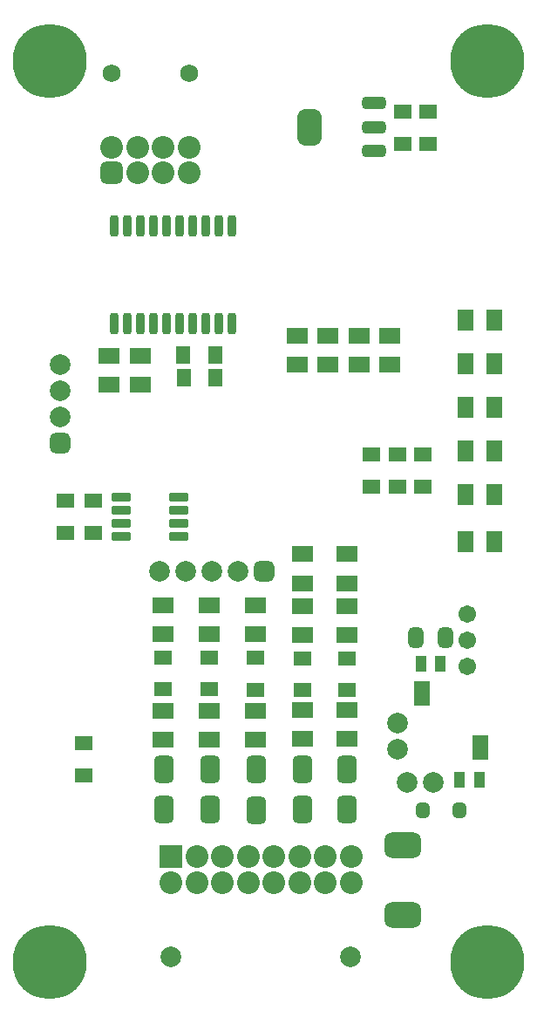
<source format=gbs>
G04*
G04 #@! TF.GenerationSoftware,Altium Limited,Altium Designer,23.0.1 (38)*
G04*
G04 Layer_Color=16711935*
%FSLAX44Y44*%
%MOMM*%
G71*
G04*
G04 #@! TF.SameCoordinates,056E7371-CA95-4066-80D9-C2616C4CE960*
G04*
G04*
G04 #@! TF.FilePolarity,Negative*
G04*
G01*
G75*
%ADD32C,1.7032*%
%ADD33C,2.2032*%
%ADD34R,2.1532X1.6032*%
%ADD35R,1.8032X1.4032*%
%ADD36R,1.4032X1.8032*%
%ADD37R,1.6032X2.1532*%
G04:AMPARAMS|DCode=41|XSize=1.9032mm|YSize=2.7032mm|CornerRadius=0.5266mm|HoleSize=0mm|Usage=FLASHONLY|Rotation=0.000|XOffset=0mm|YOffset=0mm|HoleType=Round|Shape=RoundedRectangle|*
%AMROUNDEDRECTD41*
21,1,1.9032,1.6500,0,0,0.0*
21,1,0.8500,2.7032,0,0,0.0*
1,1,1.0532,0.4250,-0.8250*
1,1,1.0532,-0.4250,-0.8250*
1,1,1.0532,-0.4250,0.8250*
1,1,1.0532,0.4250,0.8250*
%
%ADD41ROUNDEDRECTD41*%
%ADD44C,2.0032*%
%ADD45R,2.2032X2.2032*%
%ADD46C,7.2032*%
%ADD47C,1.7272*%
G04:AMPARAMS|DCode=48|XSize=2.2032mm|YSize=2.2032mm|CornerRadius=0.6016mm|HoleSize=0mm|Usage=FLASHONLY|Rotation=90.000|XOffset=0mm|YOffset=0mm|HoleType=Round|Shape=RoundedRectangle|*
%AMROUNDEDRECTD48*
21,1,2.2032,1.0000,0,0,90.0*
21,1,1.0000,2.2032,0,0,90.0*
1,1,1.2032,0.5000,0.5000*
1,1,1.2032,0.5000,-0.5000*
1,1,1.2032,-0.5000,-0.5000*
1,1,1.2032,-0.5000,0.5000*
%
%ADD48ROUNDEDRECTD48*%
G04:AMPARAMS|DCode=49|XSize=2.0032mm|YSize=2.0032mm|CornerRadius=0.5516mm|HoleSize=0mm|Usage=FLASHONLY|Rotation=270.000|XOffset=0mm|YOffset=0mm|HoleType=Round|Shape=RoundedRectangle|*
%AMROUNDEDRECTD49*
21,1,2.0032,0.9000,0,0,270.0*
21,1,0.9000,2.0032,0,0,270.0*
1,1,1.1032,-0.4500,-0.4500*
1,1,1.1032,-0.4500,0.4500*
1,1,1.1032,0.4500,0.4500*
1,1,1.1032,0.4500,-0.4500*
%
%ADD49ROUNDEDRECTD49*%
G04:AMPARAMS|DCode=50|XSize=2.0032mm|YSize=2.0032mm|CornerRadius=0.5516mm|HoleSize=0mm|Usage=FLASHONLY|Rotation=180.000|XOffset=0mm|YOffset=0mm|HoleType=Round|Shape=RoundedRectangle|*
%AMROUNDEDRECTD50*
21,1,2.0032,0.9000,0,0,180.0*
21,1,0.9000,2.0032,0,0,180.0*
1,1,1.1032,-0.4500,0.4500*
1,1,1.1032,0.4500,0.4500*
1,1,1.1032,0.4500,-0.4500*
1,1,1.1032,-0.4500,-0.4500*
%
%ADD50ROUNDEDRECTD50*%
G04:AMPARAMS|DCode=72|XSize=3.5032mm|YSize=2.5032mm|CornerRadius=0.6766mm|HoleSize=0mm|Usage=FLASHONLY|Rotation=0.000|XOffset=0mm|YOffset=0mm|HoleType=Round|Shape=RoundedRectangle|*
%AMROUNDEDRECTD72*
21,1,3.5032,1.1500,0,0,0.0*
21,1,2.1500,2.5032,0,0,0.0*
1,1,1.3532,1.0750,-0.5750*
1,1,1.3532,-1.0750,-0.5750*
1,1,1.3532,-1.0750,0.5750*
1,1,1.3532,1.0750,0.5750*
%
%ADD72ROUNDEDRECTD72*%
G04:AMPARAMS|DCode=73|XSize=0.8032mm|YSize=2.1032mm|CornerRadius=0.2516mm|HoleSize=0mm|Usage=FLASHONLY|Rotation=180.000|XOffset=0mm|YOffset=0mm|HoleType=Round|Shape=RoundedRectangle|*
%AMROUNDEDRECTD73*
21,1,0.8032,1.6000,0,0,180.0*
21,1,0.3000,2.1032,0,0,180.0*
1,1,0.5032,-0.1500,0.8000*
1,1,0.5032,0.1500,0.8000*
1,1,0.5032,0.1500,-0.8000*
1,1,0.5032,-0.1500,-0.8000*
%
%ADD73ROUNDEDRECTD73*%
G04:AMPARAMS|DCode=74|XSize=1.2032mm|YSize=2.3032mm|CornerRadius=0.3516mm|HoleSize=0mm|Usage=FLASHONLY|Rotation=90.000|XOffset=0mm|YOffset=0mm|HoleType=Round|Shape=RoundedRectangle|*
%AMROUNDEDRECTD74*
21,1,1.2032,1.6000,0,0,90.0*
21,1,0.5000,2.3032,0,0,90.0*
1,1,0.7032,0.8000,0.2500*
1,1,0.7032,0.8000,-0.2500*
1,1,0.7032,-0.8000,-0.2500*
1,1,0.7032,-0.8000,0.2500*
%
%ADD74ROUNDEDRECTD74*%
G04:AMPARAMS|DCode=75|XSize=3.5032mm|YSize=2.3032mm|CornerRadius=0.6266mm|HoleSize=0mm|Usage=FLASHONLY|Rotation=90.000|XOffset=0mm|YOffset=0mm|HoleType=Round|Shape=RoundedRectangle|*
%AMROUNDEDRECTD75*
21,1,3.5032,1.0500,0,0,90.0*
21,1,2.2500,2.3032,0,0,90.0*
1,1,1.2532,0.5250,1.1250*
1,1,1.2532,0.5250,-1.1250*
1,1,1.2532,-0.5250,-1.1250*
1,1,1.2532,-0.5250,1.1250*
%
%ADD75ROUNDEDRECTD75*%
G04:AMPARAMS|DCode=76|XSize=0.8532mm|YSize=1.9032mm|CornerRadius=0.2641mm|HoleSize=0mm|Usage=FLASHONLY|Rotation=90.000|XOffset=0mm|YOffset=0mm|HoleType=Round|Shape=RoundedRectangle|*
%AMROUNDEDRECTD76*
21,1,0.8532,1.3750,0,0,90.0*
21,1,0.3250,1.9032,0,0,90.0*
1,1,0.5282,0.6875,0.1625*
1,1,0.5282,0.6875,-0.1625*
1,1,0.5282,-0.6875,-0.1625*
1,1,0.5282,-0.6875,0.1625*
%
%ADD76ROUNDEDRECTD76*%
%ADD77R,1.1032X1.5032*%
G04:AMPARAMS|DCode=78|XSize=1.5032mm|YSize=1.3032mm|CornerRadius=0.3766mm|HoleSize=0mm|Usage=FLASHONLY|Rotation=90.000|XOffset=0mm|YOffset=0mm|HoleType=Round|Shape=RoundedRectangle|*
%AMROUNDEDRECTD78*
21,1,1.5032,0.5500,0,0,90.0*
21,1,0.7500,1.3032,0,0,90.0*
1,1,0.7532,0.2750,0.3750*
1,1,0.7532,0.2750,-0.3750*
1,1,0.7532,-0.2750,-0.3750*
1,1,0.7532,-0.2750,0.3750*
%
%ADD78ROUNDEDRECTD78*%
%ADD79R,1.5032X2.4032*%
G04:AMPARAMS|DCode=80|XSize=1.9532mm|YSize=1.4532mm|CornerRadius=0.4141mm|HoleSize=0mm|Usage=FLASHONLY|Rotation=270.000|XOffset=0mm|YOffset=0mm|HoleType=Round|Shape=RoundedRectangle|*
%AMROUNDEDRECTD80*
21,1,1.9532,0.6250,0,0,270.0*
21,1,1.1250,1.4532,0,0,270.0*
1,1,0.8282,-0.3125,-0.5625*
1,1,0.8282,-0.3125,0.5625*
1,1,0.8282,0.3125,0.5625*
1,1,0.8282,0.3125,-0.5625*
%
%ADD80ROUNDEDRECTD80*%
D32*
X442500Y325000D02*
D03*
Y375800D02*
D03*
Y350400D02*
D03*
D33*
X255000Y140000D02*
D03*
X280000D02*
D03*
X155000Y115000D02*
D03*
X180000D02*
D03*
X205000D02*
D03*
X230000D02*
D03*
X255000D02*
D03*
X280000D02*
D03*
X305000D02*
D03*
X330000D02*
D03*
X180000Y140000D02*
D03*
X205000D02*
D03*
X230000D02*
D03*
X305000D02*
D03*
X330000D02*
D03*
X122500Y804100D02*
D03*
X147500D02*
D03*
X172500D02*
D03*
X97500Y829100D02*
D03*
X122500D02*
D03*
X147500D02*
D03*
X172500D02*
D03*
D34*
X192500Y356250D02*
D03*
Y384250D02*
D03*
X237500Y356000D02*
D03*
Y384000D02*
D03*
X147500Y254000D02*
D03*
Y282000D02*
D03*
X192500Y254000D02*
D03*
Y282000D02*
D03*
X237500Y253750D02*
D03*
Y281750D02*
D03*
X283250Y433750D02*
D03*
Y405750D02*
D03*
X325750Y433750D02*
D03*
Y405750D02*
D03*
X147500Y384250D02*
D03*
Y356250D02*
D03*
X283250Y282250D02*
D03*
Y254250D02*
D03*
X325750Y282250D02*
D03*
Y254250D02*
D03*
X283250Y383750D02*
D03*
Y355750D02*
D03*
X325750Y383750D02*
D03*
Y355750D02*
D03*
X125000Y626500D02*
D03*
Y598500D02*
D03*
X95000Y626500D02*
D03*
Y598500D02*
D03*
X307500Y617500D02*
D03*
Y645500D02*
D03*
X337500Y617500D02*
D03*
Y645500D02*
D03*
X367500Y617500D02*
D03*
Y645500D02*
D03*
X277500Y617500D02*
D03*
Y645500D02*
D03*
D35*
X192500Y302500D02*
D03*
Y333500D02*
D03*
X237500Y302250D02*
D03*
Y333250D02*
D03*
X283250Y332750D02*
D03*
Y301750D02*
D03*
X325750Y332750D02*
D03*
Y301750D02*
D03*
X380000Y832000D02*
D03*
Y863000D02*
D03*
X405000Y832000D02*
D03*
Y863000D02*
D03*
X52500Y454500D02*
D03*
Y485500D02*
D03*
X80000Y454500D02*
D03*
Y485500D02*
D03*
X350000Y530500D02*
D03*
Y499500D02*
D03*
X400000Y530500D02*
D03*
Y499500D02*
D03*
X147500Y302500D02*
D03*
Y333500D02*
D03*
X70000Y250500D02*
D03*
Y219500D02*
D03*
X375000Y499500D02*
D03*
Y530500D02*
D03*
D36*
X167000Y627500D02*
D03*
X198000D02*
D03*
X167500Y605000D02*
D03*
X198500D02*
D03*
D37*
X441000Y446403D02*
D03*
X469000D02*
D03*
X441000Y491403D02*
D03*
X469000D02*
D03*
X441000Y533903D02*
D03*
X469000D02*
D03*
X441000Y576403D02*
D03*
X469000D02*
D03*
X441000Y618903D02*
D03*
X469000D02*
D03*
X441000Y661403D02*
D03*
X469000D02*
D03*
D41*
X193250Y185750D02*
D03*
Y225250D02*
D03*
X238250Y185500D02*
D03*
Y225000D02*
D03*
X283250Y225250D02*
D03*
Y185750D02*
D03*
X148250D02*
D03*
Y225250D02*
D03*
X325750Y185750D02*
D03*
Y225250D02*
D03*
D44*
X155000Y42610D02*
D03*
X328990D02*
D03*
X143800Y417500D02*
D03*
X169200D02*
D03*
X194600D02*
D03*
X220000D02*
D03*
X410200Y212500D02*
D03*
X384800D02*
D03*
X47500Y618300D02*
D03*
Y592900D02*
D03*
Y567500D02*
D03*
X375000Y244800D02*
D03*
Y270200D02*
D03*
D45*
X155000Y140000D02*
D03*
D46*
X462500Y912500D02*
D03*
X462500Y37500D02*
D03*
X37500D02*
D03*
Y912500D02*
D03*
D47*
X172500Y900900D02*
D03*
X97500D02*
D03*
D48*
Y804100D02*
D03*
D49*
X245400Y417500D02*
D03*
D50*
X47500Y542100D02*
D03*
D72*
X380000Y83500D02*
D03*
Y151500D02*
D03*
D73*
X214650Y657500D02*
D03*
X201950D02*
D03*
X189250D02*
D03*
X176550D02*
D03*
X163850D02*
D03*
X151150D02*
D03*
X138450D02*
D03*
X125750D02*
D03*
X113050D02*
D03*
X100350D02*
D03*
X214650Y752500D02*
D03*
X201950D02*
D03*
X189250D02*
D03*
X176550D02*
D03*
X163850D02*
D03*
X151150D02*
D03*
X138450D02*
D03*
X125750D02*
D03*
X113050D02*
D03*
X100350D02*
D03*
D74*
X352400Y871580D02*
D03*
Y848580D02*
D03*
Y825580D02*
D03*
D75*
X289400Y848580D02*
D03*
D76*
X107000Y450950D02*
D03*
Y463650D02*
D03*
Y476350D02*
D03*
Y489050D02*
D03*
X163000Y450950D02*
D03*
Y463650D02*
D03*
Y476350D02*
D03*
Y489050D02*
D03*
D77*
X417000Y327500D02*
D03*
X398000D02*
D03*
X435500Y215000D02*
D03*
X454500D02*
D03*
D78*
X435000Y185000D02*
D03*
X400000D02*
D03*
D79*
X399183Y298933D02*
D03*
X455750Y246000D02*
D03*
D80*
X393250Y352500D02*
D03*
X421750D02*
D03*
M02*

</source>
